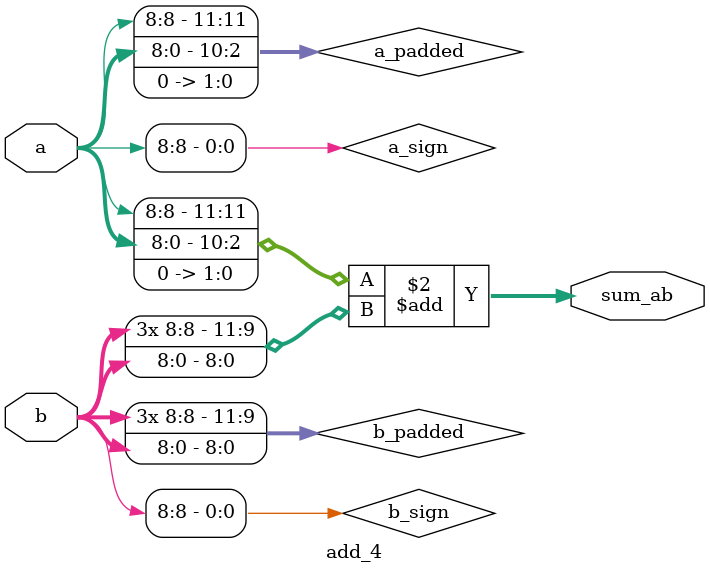
<source format=v>
module add_4(a, b, sum_ab);
  parameter integer N_BITS_A = 9;
  parameter integer BIN_PT_A = 6;
  parameter integer N_BITS_B = 9;
  parameter integer BIN_PT_B = 8;
  localparam integer WHOLE_BITS_A =       N_BITS_A-BIN_PT_A;
  localparam integer WHOLE_BITS_B =       N_BITS_B-BIN_PT_B;
  localparam integer WHOLE_BITS_OUT = (WHOLE_BITS_A > WHOLE_BITS_B) ? WHOLE_BITS_A: WHOLE_BITS_B;
  localparam integer BIN_PT_OUT = (BIN_PT_A > BIN_PT_B) ? BIN_PT_A: BIN_PT_B;
  localparam integer N_BITS_OUT = WHOLE_BITS_OUT + BIN_PT_OUT + 1; 
  input wire [N_BITS_A-1:0] a;
  input wire [N_BITS_B-1:0] b;
  output reg [N_BITS_OUT-1:0] sum_ab;
  localparam integer BIN_PT_PAD_A =       BIN_PT_OUT - BIN_PT_A;
  localparam integer BIN_PT_PAD_B =       BIN_PT_OUT - BIN_PT_B;
  localparam integer WHOLE_BITS_PAD_A =   WHOLE_BITS_OUT - WHOLE_BITS_A + 1;
  localparam integer WHOLE_BITS_PAD_B =   WHOLE_BITS_OUT - WHOLE_BITS_B + 1;
  wire a_sign = a[N_BITS_A-1]; 
  wire b_sign = b[N_BITS_B-1]; 
  wire [N_BITS_OUT-1:0] a_padded = {{WHOLE_BITS_PAD_A{a_sign}}, {a}, {BIN_PT_PAD_A{1'b0}}};
  wire [N_BITS_OUT-1:0] b_padded = {{WHOLE_BITS_PAD_B{b_sign}}, {b}, {BIN_PT_PAD_B{1'b0}}};
  always @ (a_padded, b_padded) begin
    sum_ab = a_padded + b_padded;
  end 
endmodule
</source>
